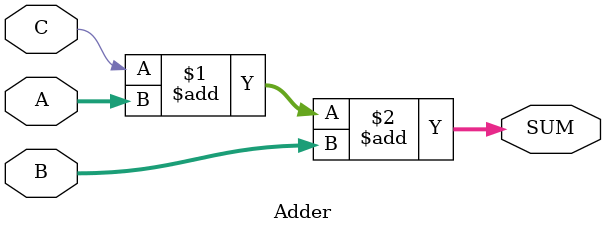
<source format=v>

module Adder(C, A, B, SUM);
   input C;                   // Input
   input [3:0] A, B;          // Input
	output [4:0] SUM;          // Output
	
   assign SUM = C + A + B;
endmodule

</source>
